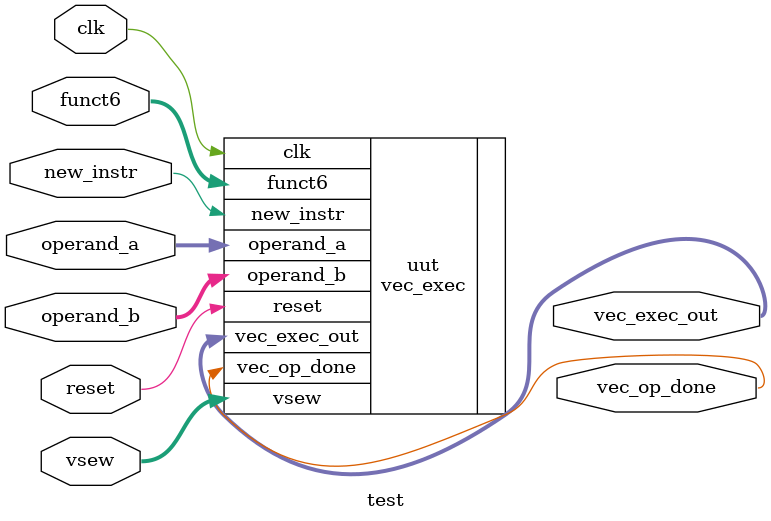
<source format=v>

module test (
             input          clk,
             input          reset,
             input          new_instr,
             input [2:0]    vsew,
             input [5:0]    funct6,
             input [255:0]  operand_a,
             input [255:0]  operand_b,
             output [255:0] vec_exec_out,
             output         vec_op_done
             );

   vec_exec #(
              .VLEN(256),
              .NUM_PE(4)
              ) uut (
                     .clk(clk),
                     .reset(reset),
                     .new_instr(new_instr),
                     .vsew(vsew),
                     .funct6(funct6),
                     .operand_a(operand_a),
                     .operand_b(operand_b),
                     .vec_exec_out(vec_exec_out),
                     .vec_op_done(vec_op_done)
                     );



endmodule

</source>
